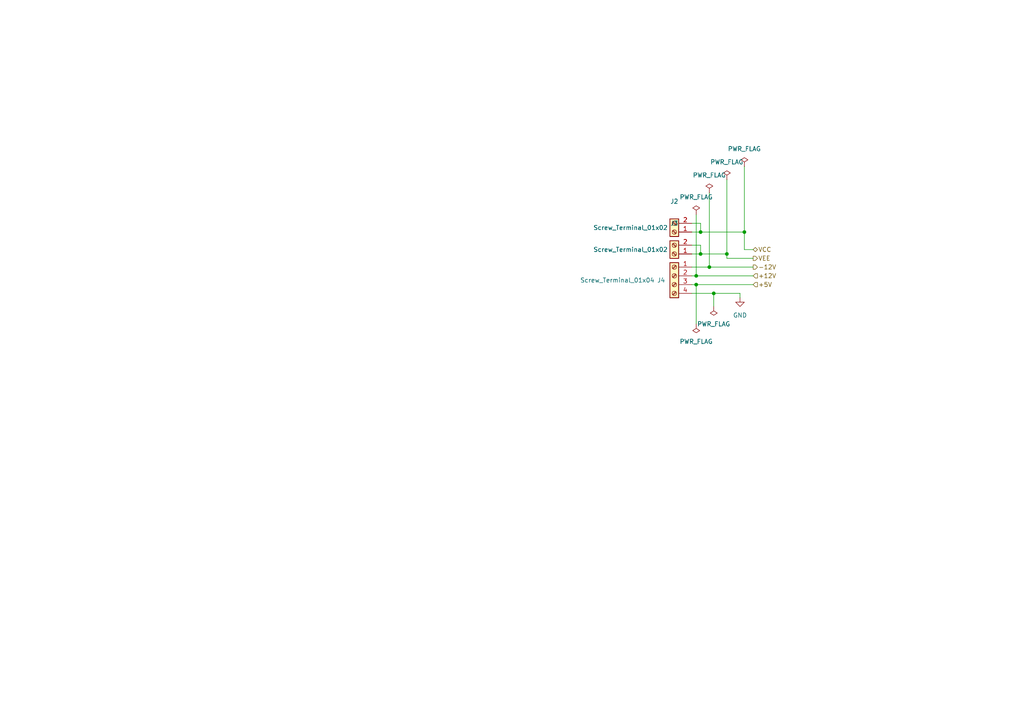
<source format=kicad_sch>
(kicad_sch (version 20231120) (generator "eeschema") (generator_version "8.0")
  (paper "A4")
  (title_block (title "Fuente_flyback_multisalida") (rev "1") (company "FaCENA-UNNE") (comment 1 "Dispositivo para relevamiento de umbrales de sensibilidad tactil.") (comment 2 "Tesis MIB: García Cabrera, Jeremías A."))
  (lib_symbols
    (symbol "Connector:Screw_Terminal_01x02" (pin_names (offset 1.016) hide)
      (property "Reference" "J" (at 0 2.54 0))
      (property "Value" "Screw_Terminal_01x02" (at 0 -5.08 0))
      (symbol "Screw_Terminal_01x02_1_1"
        (rectangle (start -1.27 1.27) (end 1.27 -3.81) (stroke (width 0.254)) (fill (type background)))
        (circle (center 0 -2.54) (radius 0.635) (stroke (width 0.1524)))
        (polyline (pts (xy -0.5334 -2.2098) (xy 0.3302 -3.048)) (stroke (width 0.1524)))
        (polyline (pts (xy -0.5334 0.3302) (xy 0.3302 -0.508)) (stroke (width 0.1524)))
        (polyline (pts (xy -0.3556 -2.032) (xy 0.508 -2.8702)) (stroke (width 0.1524)))
        (polyline (pts (xy -0.3556 0.508) (xy 0.508 -0.3302)) (stroke (width 0.1524)))
        (circle (center 0 0) (radius 0.635) (stroke (width 0.1524)))
        (pin passive line (at -5.08 0 0) (length 3.81) (name "Pin_1") (number "1"))
        (pin passive line (at -5.08 -2.54 0) (length 3.81) (name "Pin_2") (number "2"))
      )
    )
    (symbol "Connector:Screw_Terminal_01x04" (pin_names (offset 1.016) hide)
      (property "Reference" "J" (at 0 5.08 0))
      (property "Value" "Screw_Terminal_01x04" (at 0 -7.62 0))
      (symbol "Screw_Terminal_01x04_1_1"
        (rectangle (start -1.27 3.81) (end 1.27 -6.35) (stroke (width 0.254)) (fill (type background)))
        (circle (center 0 -5.08) (radius 0.635) (stroke (width 0.1524)))
        (circle (center 0 -2.54) (radius 0.635) (stroke (width 0.1524)))
        (polyline (pts (xy -0.5334 -4.7498) (xy 0.3302 -5.588)) (stroke (width 0.1524)))
        (polyline (pts (xy -0.5334 -2.2098) (xy 0.3302 -3.048)) (stroke (width 0.1524)))
        (polyline (pts (xy -0.5334 0.3302) (xy 0.3302 -0.508)) (stroke (width 0.1524)))
        (polyline (pts (xy -0.5334 2.8702) (xy 0.3302 2.032)) (stroke (width 0.1524)))
        (polyline (pts (xy -0.3556 -4.572) (xy 0.508 -5.4102)) (stroke (width 0.1524)))
        (polyline (pts (xy -0.3556 -2.032) (xy 0.508 -2.8702)) (stroke (width 0.1524)))
        (polyline (pts (xy -0.3556 0.508) (xy 0.508 -0.3302)) (stroke (width 0.1524)))
        (polyline (pts (xy -0.3556 3.048) (xy 0.508 2.2098)) (stroke (width 0.1524)))
        (circle (center 0 0) (radius 0.635) (stroke (width 0.1524)))
        (circle (center 0 2.54) (radius 0.635) (stroke (width 0.1524)))
        (pin passive line (at -5.08 2.54 0) (length 3.81) (name "Pin_1") (number "1"))
        (pin passive line (at -5.08 0 0) (length 3.81) (name "Pin_2") (number "2"))
        (pin passive line (at -5.08 -2.54 0) (length 3.81) (name "Pin_3") (number "3"))
        (pin passive line (at -5.08 -5.08 0) (length 3.81) (name "Pin_4") (number "4"))
      )
    )
    (symbol "power:GND" (power) (pin_names (offset 0))
      (property "Value" "GND" (at 0 -3.81 0))
      (symbol "GND_0_1"
        (polyline (pts (xy 0 0) (xy 0 -1.27) (xy 1.27 -1.27) (xy 0 -2.54) (xy -1.27 -1.27) (xy 0 -1.27)))
      )
      (symbol "GND_1_1"
        (pin power_in line (at 0 0 270) (length 0) hide (name "GND") (number "1"))
      )
    )
    (symbol "power:PWR_FLAG" (power) (pin_numbers hide) (pin_names (offset 0) hide)
      (property "Value" "PWR_FLAG" (at 0 3.81 0))
      (symbol "PWR_FLAG_0_0"
        (pin power_out line (at 0 0 90) (length 0) (name "pwr") (number "1"))
      )
      (symbol "PWR_FLAG_0_1"
        (polyline (pts (xy 0 0) (xy 0 1.27) (xy -1.016 1.905) (xy 0 2.54) (xy 1.016 1.905) (xy 0 1.27)))
      )
    )
  )
  (junction (at 215.9 67.31))
  (junction (at 207.01 85.09))
  (junction (at 203.2 67.31))
  (junction (at 201.93 82.55))
  (junction (at 201.93 80.01))
  (junction (at 205.74 77.47))
  (junction (at 210.82 73.66))
  (junction (at 203.2 73.66))
  (wire (pts (xy 205.74 77.47) (xy 218.44 77.47)))
  (wire (pts (xy 215.9 72.39) (xy 218.44 72.39)))
  (wire (pts (xy 200.66 85.09) (xy 207.01 85.09)))
  (wire (pts (xy 207.01 85.09) (xy 214.63 85.09)))
  (wire (pts (xy 201.93 80.01) (xy 218.44 80.01)))
  (wire (pts (xy 201.93 82.55) (xy 218.44 82.55)))
  (wire (pts (xy 200.66 77.47) (xy 205.74 77.47)))
  (wire (pts (xy 210.82 73.66) (xy 210.82 74.93)))
  (wire (pts (xy 207.01 88.9) (xy 207.01 85.09)))
  (wire (pts (xy 203.2 64.77) (xy 203.2 67.31)))
  (wire (pts (xy 210.82 74.93) (xy 218.44 74.93)))
  (wire (pts (xy 215.9 48.26) (xy 215.9 67.31)))
  (wire (pts (xy 200.66 67.31) (xy 203.2 67.31)))
  (wire (pts (xy 203.2 73.66) (xy 210.82 73.66)))
  (wire (pts (xy 200.66 73.66) (xy 203.2 73.66)))
  (wire (pts (xy 200.66 71.12) (xy 203.2 71.12)))
  (wire (pts (xy 200.66 80.01) (xy 201.93 80.01)))
  (wire (pts (xy 215.9 67.31) (xy 215.9 72.39)))
  (wire (pts (xy 201.93 82.55) (xy 201.93 93.98)))
  (wire (pts (xy 205.74 55.88) (xy 205.74 77.47)))
  (wire (pts (xy 203.2 67.31) (xy 215.9 67.31)))
  (wire (pts (xy 200.66 82.55) (xy 201.93 82.55)))
  (wire (pts (xy 203.2 71.12) (xy 203.2 73.66)))
  (wire (pts (xy 201.93 62.23) (xy 201.93 80.01)))
  (wire (pts (xy 200.66 64.77) (xy 203.2 64.77)))
  (wire (pts (xy 210.82 52.07) (xy 210.82 73.66)))
  (wire (pts (xy 214.63 86.36) (xy 214.63 85.09)))
  (hierarchical_label "+5V" (shape input) (at 218.44 82.55 0))
  (hierarchical_label "-12V" (shape output) (at 218.44 77.47 0))
  (hierarchical_label "+12V" (shape input) (at 218.44 80.01 0))
  (hierarchical_label "VCC" (shape bidirectional) (at 218.44 72.39 0))
  (hierarchical_label "VEE" (shape output) (at 218.44 74.93 0))
  (symbol (lib_id "power:GND") (at 214.63 86.36 0) (unit 1)
    (property "Reference" "#PWR02" (effects (hide yes)))
    (property "Value" "GND" (at 214.63 91.44 0))
  )
  (symbol (lib_id "power:PWR_FLAG") (at 207.01 88.9 180) (unit 1)
    (property "Reference" "#FLG05" (effects (hide yes)))
    (property "Value" "PWR_FLAG" (at 207.01 93.98 0))
  )
  (symbol (lib_id "power:PWR_FLAG") (at 201.93 93.98 180) (unit 1)
    (property "Reference" "#FLG06" (effects (hide yes)))
    (property "Value" "PWR_FLAG" (at 201.93 99.06 0))
  )
  (symbol (lib_id "power:PWR_FLAG") (at 210.82 52.07 0) (unit 1)
    (property "Reference" "#FLG02" (effects (hide yes)))
    (property "Value" "PWR_FLAG" (at 210.82 46.99 0))
  )
  (symbol (lib_id "Connector:Screw_Terminal_01x04") (at 195.58 80.01 0) (mirror y) (unit 1)
    (property "Reference" "J4" (at 191.77 81.28 0))
    (property "Value" "Screw_Terminal_01x04" (at 179.07 81.28 0))
    (property "Footprint" "TerminalBlock:TerminalBlock_bornier-4_P5.08mm" (effects (hide yes)))
  )
  (symbol (lib_id "power:PWR_FLAG") (at 205.74 55.88 0) (unit 1)
    (property "Reference" "#FLG03" (effects (hide yes)))
    (property "Value" "PWR_FLAG" (at 205.74 50.8 0))
  )
  (symbol (lib_id "Connector:Screw_Terminal_01x02") (at 195.58 73.66 180) (unit 1)
    (property "Reference" "J3" (at 195.58 64.77 0))
    (property "Value" "Screw_Terminal_01x02" (at 182.88 72.39 0))
    (property "Footprint" "TerminalBlock:TerminalBlock_bornier-2_P5.08mm" (effects (hide yes)))
  )
  (symbol (lib_id "power:PWR_FLAG") (at 215.9 48.26 0) (unit 1)
    (property "Reference" "#FLG01" (effects (hide yes)))
    (property "Value" "PWR_FLAG" (at 215.9 43.18 0))
  )
  (symbol (lib_id "power:PWR_FLAG") (at 201.93 62.23 0) (unit 1)
    (property "Reference" "#FLG04" (effects (hide yes)))
    (property "Value" "PWR_FLAG" (at 201.93 57.15 0))
  )
  (symbol (lib_id "Connector:Screw_Terminal_01x02") (at 195.58 67.31 180) (unit 1)
    (property "Reference" "J2" (at 195.58 58.42 0))
    (property "Value" "Screw_Terminal_01x02" (at 182.88 66.04 0))
    (property "Footprint" "TerminalBlock:TerminalBlock_bornier-2_P5.08mm" (effects (hide yes)))
  )
)
</source>
